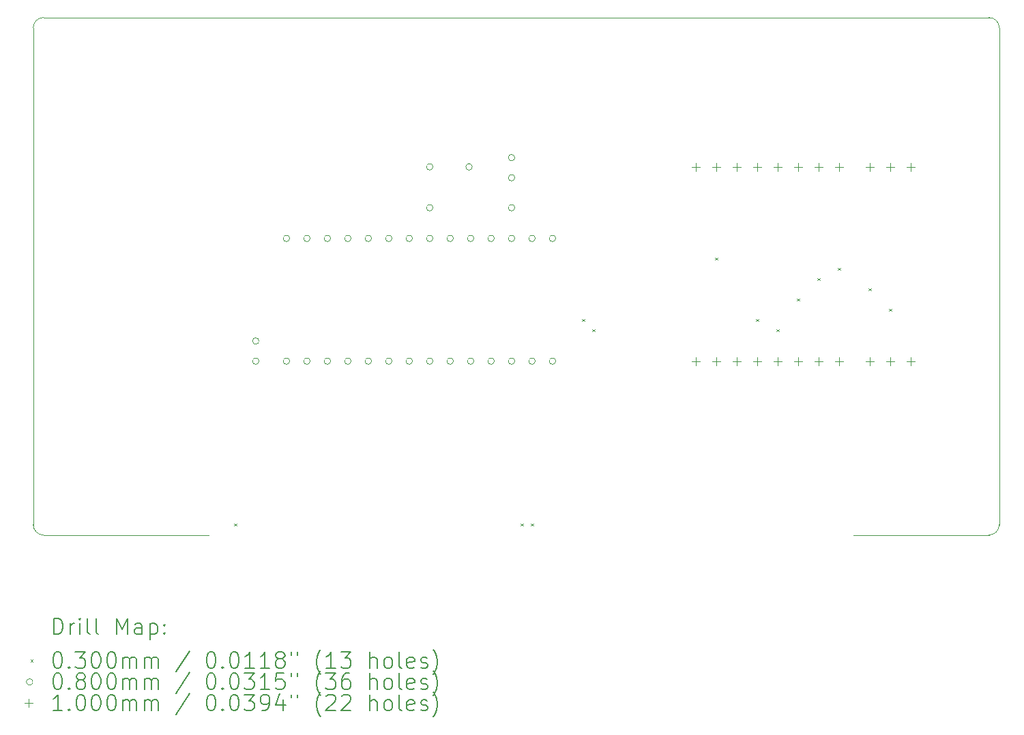
<source format=gbr>
%TF.GenerationSoftware,KiCad,Pcbnew,7.0.6*%
%TF.CreationDate,2023-07-08T15:29:32+08:00*%
%TF.ProjectId,SerialBoard,53657269-616c-4426-9f61-72642e6b6963,rev?*%
%TF.SameCoordinates,Original*%
%TF.FileFunction,Drillmap*%
%TF.FilePolarity,Positive*%
%FSLAX45Y45*%
G04 Gerber Fmt 4.5, Leading zero omitted, Abs format (unit mm)*
G04 Created by KiCad (PCBNEW 7.0.6) date 2023-07-08 15:29:32*
%MOMM*%
%LPD*%
G01*
G04 APERTURE LIST*
%ADD10C,0.100000*%
%ADD11C,0.200000*%
%ADD12C,0.030000*%
%ADD13C,0.080000*%
G04 APERTURE END LIST*
D10*
X9431020Y-12446000D02*
G75*
G03*
X9558020Y-12573000I127000J0D01*
G01*
X19608800Y-12573000D02*
X21292820Y-12573000D01*
X21419820Y-12446000D02*
X21419820Y-6273800D01*
X21292820Y-12573000D02*
G75*
G03*
X21419820Y-12446000I0J127000D01*
G01*
X21419820Y-6273800D02*
G75*
G03*
X21292820Y-6146800I-127000J0D01*
G01*
X11607800Y-12573000D02*
X9558020Y-12573000D01*
X9431020Y-12446000D02*
X9431020Y-6273800D01*
X21292820Y-6146800D02*
X9558020Y-6146800D01*
X9558020Y-6146800D02*
G75*
G03*
X9431020Y-6273800I0J-127000D01*
G01*
D11*
D12*
X11923000Y-12431000D02*
X11953000Y-12461000D01*
X11953000Y-12431000D02*
X11923000Y-12461000D01*
X15479000Y-12431000D02*
X15509000Y-12461000D01*
X15509000Y-12431000D02*
X15479000Y-12461000D01*
X15606000Y-12431000D02*
X15636000Y-12461000D01*
X15636000Y-12431000D02*
X15606000Y-12461000D01*
X16241000Y-9891000D02*
X16271000Y-9921000D01*
X16271000Y-9891000D02*
X16241000Y-9921000D01*
X16368000Y-10018000D02*
X16398000Y-10048000D01*
X16398000Y-10018000D02*
X16368000Y-10048000D01*
X17892000Y-9129000D02*
X17922000Y-9159000D01*
X17922000Y-9129000D02*
X17892000Y-9159000D01*
X18400000Y-9891000D02*
X18430000Y-9921000D01*
X18430000Y-9891000D02*
X18400000Y-9921000D01*
X18654000Y-10018000D02*
X18684000Y-10048000D01*
X18684000Y-10018000D02*
X18654000Y-10048000D01*
X18908000Y-9637000D02*
X18938000Y-9667000D01*
X18938000Y-9637000D02*
X18908000Y-9667000D01*
X19162000Y-9383000D02*
X19192000Y-9413000D01*
X19192000Y-9383000D02*
X19162000Y-9413000D01*
X19416000Y-9256000D02*
X19446000Y-9286000D01*
X19446000Y-9256000D02*
X19416000Y-9286000D01*
X19797000Y-9510000D02*
X19827000Y-9540000D01*
X19827000Y-9510000D02*
X19797000Y-9540000D01*
X20051000Y-9764000D02*
X20081000Y-9794000D01*
X20081000Y-9764000D02*
X20051000Y-9794000D01*
D13*
X12232000Y-10164000D02*
G75*
G03*
X12232000Y-10164000I-40000J0D01*
G01*
X12232000Y-10414000D02*
G75*
G03*
X12232000Y-10414000I-40000J0D01*
G01*
X12613000Y-8890000D02*
G75*
G03*
X12613000Y-8890000I-40000J0D01*
G01*
X12613000Y-10414000D02*
G75*
G03*
X12613000Y-10414000I-40000J0D01*
G01*
X12867000Y-8890000D02*
G75*
G03*
X12867000Y-8890000I-40000J0D01*
G01*
X12867000Y-10414000D02*
G75*
G03*
X12867000Y-10414000I-40000J0D01*
G01*
X13121000Y-8890000D02*
G75*
G03*
X13121000Y-8890000I-40000J0D01*
G01*
X13121000Y-10414000D02*
G75*
G03*
X13121000Y-10414000I-40000J0D01*
G01*
X13375000Y-8890000D02*
G75*
G03*
X13375000Y-8890000I-40000J0D01*
G01*
X13375000Y-10414000D02*
G75*
G03*
X13375000Y-10414000I-40000J0D01*
G01*
X13629000Y-8890000D02*
G75*
G03*
X13629000Y-8890000I-40000J0D01*
G01*
X13629000Y-10414000D02*
G75*
G03*
X13629000Y-10414000I-40000J0D01*
G01*
X13883000Y-8890000D02*
G75*
G03*
X13883000Y-8890000I-40000J0D01*
G01*
X13883000Y-10414000D02*
G75*
G03*
X13883000Y-10414000I-40000J0D01*
G01*
X14137000Y-8890000D02*
G75*
G03*
X14137000Y-8890000I-40000J0D01*
G01*
X14137000Y-10414000D02*
G75*
G03*
X14137000Y-10414000I-40000J0D01*
G01*
X14391000Y-8001000D02*
G75*
G03*
X14391000Y-8001000I-40000J0D01*
G01*
X14391000Y-8509000D02*
G75*
G03*
X14391000Y-8509000I-40000J0D01*
G01*
X14391000Y-8890000D02*
G75*
G03*
X14391000Y-8890000I-40000J0D01*
G01*
X14391000Y-10414000D02*
G75*
G03*
X14391000Y-10414000I-40000J0D01*
G01*
X14645000Y-8890000D02*
G75*
G03*
X14645000Y-8890000I-40000J0D01*
G01*
X14645000Y-10414000D02*
G75*
G03*
X14645000Y-10414000I-40000J0D01*
G01*
X14879000Y-8001000D02*
G75*
G03*
X14879000Y-8001000I-40000J0D01*
G01*
X14899000Y-8890000D02*
G75*
G03*
X14899000Y-8890000I-40000J0D01*
G01*
X14899000Y-10414000D02*
G75*
G03*
X14899000Y-10414000I-40000J0D01*
G01*
X15153000Y-8890000D02*
G75*
G03*
X15153000Y-8890000I-40000J0D01*
G01*
X15153000Y-10414000D02*
G75*
G03*
X15153000Y-10414000I-40000J0D01*
G01*
X15407000Y-7886700D02*
G75*
G03*
X15407000Y-7886700I-40000J0D01*
G01*
X15407000Y-8136700D02*
G75*
G03*
X15407000Y-8136700I-40000J0D01*
G01*
X15407000Y-8509000D02*
G75*
G03*
X15407000Y-8509000I-40000J0D01*
G01*
X15407000Y-8890000D02*
G75*
G03*
X15407000Y-8890000I-40000J0D01*
G01*
X15407000Y-10414000D02*
G75*
G03*
X15407000Y-10414000I-40000J0D01*
G01*
X15661000Y-8890000D02*
G75*
G03*
X15661000Y-8890000I-40000J0D01*
G01*
X15661000Y-10414000D02*
G75*
G03*
X15661000Y-10414000I-40000J0D01*
G01*
X15915000Y-8890000D02*
G75*
G03*
X15915000Y-8890000I-40000J0D01*
G01*
X15915000Y-10414000D02*
G75*
G03*
X15915000Y-10414000I-40000J0D01*
G01*
D10*
X17653000Y-7951000D02*
X17653000Y-8051000D01*
X17603000Y-8001000D02*
X17703000Y-8001000D01*
X17653000Y-10364000D02*
X17653000Y-10464000D01*
X17603000Y-10414000D02*
X17703000Y-10414000D01*
X17907000Y-7951000D02*
X17907000Y-8051000D01*
X17857000Y-8001000D02*
X17957000Y-8001000D01*
X17907000Y-10364000D02*
X17907000Y-10464000D01*
X17857000Y-10414000D02*
X17957000Y-10414000D01*
X18161000Y-7951000D02*
X18161000Y-8051000D01*
X18111000Y-8001000D02*
X18211000Y-8001000D01*
X18161000Y-10364000D02*
X18161000Y-10464000D01*
X18111000Y-10414000D02*
X18211000Y-10414000D01*
X18415000Y-7951000D02*
X18415000Y-8051000D01*
X18365000Y-8001000D02*
X18465000Y-8001000D01*
X18415000Y-10364000D02*
X18415000Y-10464000D01*
X18365000Y-10414000D02*
X18465000Y-10414000D01*
X18669000Y-7951000D02*
X18669000Y-8051000D01*
X18619000Y-8001000D02*
X18719000Y-8001000D01*
X18669000Y-10364000D02*
X18669000Y-10464000D01*
X18619000Y-10414000D02*
X18719000Y-10414000D01*
X18923000Y-7951000D02*
X18923000Y-8051000D01*
X18873000Y-8001000D02*
X18973000Y-8001000D01*
X18923000Y-10364000D02*
X18923000Y-10464000D01*
X18873000Y-10414000D02*
X18973000Y-10414000D01*
X19177000Y-7951000D02*
X19177000Y-8051000D01*
X19127000Y-8001000D02*
X19227000Y-8001000D01*
X19177000Y-10364000D02*
X19177000Y-10464000D01*
X19127000Y-10414000D02*
X19227000Y-10414000D01*
X19431000Y-7951000D02*
X19431000Y-8051000D01*
X19381000Y-8001000D02*
X19481000Y-8001000D01*
X19431000Y-10364000D02*
X19431000Y-10464000D01*
X19381000Y-10414000D02*
X19481000Y-10414000D01*
X19812000Y-7951000D02*
X19812000Y-8051000D01*
X19762000Y-8001000D02*
X19862000Y-8001000D01*
X19812000Y-10364000D02*
X19812000Y-10464000D01*
X19762000Y-10414000D02*
X19862000Y-10414000D01*
X20066000Y-7951000D02*
X20066000Y-8051000D01*
X20016000Y-8001000D02*
X20116000Y-8001000D01*
X20066000Y-10364000D02*
X20066000Y-10464000D01*
X20016000Y-10414000D02*
X20116000Y-10414000D01*
X20320000Y-7951000D02*
X20320000Y-8051000D01*
X20270000Y-8001000D02*
X20370000Y-8001000D01*
X20320000Y-10364000D02*
X20320000Y-10464000D01*
X20270000Y-10414000D02*
X20370000Y-10414000D01*
D11*
X9686797Y-13804884D02*
X9686797Y-13604884D01*
X9686797Y-13604884D02*
X9734416Y-13604884D01*
X9734416Y-13604884D02*
X9762987Y-13614408D01*
X9762987Y-13614408D02*
X9782035Y-13633455D01*
X9782035Y-13633455D02*
X9791559Y-13652503D01*
X9791559Y-13652503D02*
X9801083Y-13690598D01*
X9801083Y-13690598D02*
X9801083Y-13719169D01*
X9801083Y-13719169D02*
X9791559Y-13757265D01*
X9791559Y-13757265D02*
X9782035Y-13776312D01*
X9782035Y-13776312D02*
X9762987Y-13795360D01*
X9762987Y-13795360D02*
X9734416Y-13804884D01*
X9734416Y-13804884D02*
X9686797Y-13804884D01*
X9886797Y-13804884D02*
X9886797Y-13671550D01*
X9886797Y-13709646D02*
X9896321Y-13690598D01*
X9896321Y-13690598D02*
X9905844Y-13681074D01*
X9905844Y-13681074D02*
X9924892Y-13671550D01*
X9924892Y-13671550D02*
X9943940Y-13671550D01*
X10010606Y-13804884D02*
X10010606Y-13671550D01*
X10010606Y-13604884D02*
X10001083Y-13614408D01*
X10001083Y-13614408D02*
X10010606Y-13623931D01*
X10010606Y-13623931D02*
X10020130Y-13614408D01*
X10020130Y-13614408D02*
X10010606Y-13604884D01*
X10010606Y-13604884D02*
X10010606Y-13623931D01*
X10134416Y-13804884D02*
X10115368Y-13795360D01*
X10115368Y-13795360D02*
X10105844Y-13776312D01*
X10105844Y-13776312D02*
X10105844Y-13604884D01*
X10239178Y-13804884D02*
X10220130Y-13795360D01*
X10220130Y-13795360D02*
X10210606Y-13776312D01*
X10210606Y-13776312D02*
X10210606Y-13604884D01*
X10467749Y-13804884D02*
X10467749Y-13604884D01*
X10467749Y-13604884D02*
X10534416Y-13747741D01*
X10534416Y-13747741D02*
X10601083Y-13604884D01*
X10601083Y-13604884D02*
X10601083Y-13804884D01*
X10782035Y-13804884D02*
X10782035Y-13700122D01*
X10782035Y-13700122D02*
X10772511Y-13681074D01*
X10772511Y-13681074D02*
X10753464Y-13671550D01*
X10753464Y-13671550D02*
X10715368Y-13671550D01*
X10715368Y-13671550D02*
X10696321Y-13681074D01*
X10782035Y-13795360D02*
X10762987Y-13804884D01*
X10762987Y-13804884D02*
X10715368Y-13804884D01*
X10715368Y-13804884D02*
X10696321Y-13795360D01*
X10696321Y-13795360D02*
X10686797Y-13776312D01*
X10686797Y-13776312D02*
X10686797Y-13757265D01*
X10686797Y-13757265D02*
X10696321Y-13738217D01*
X10696321Y-13738217D02*
X10715368Y-13728693D01*
X10715368Y-13728693D02*
X10762987Y-13728693D01*
X10762987Y-13728693D02*
X10782035Y-13719169D01*
X10877273Y-13671550D02*
X10877273Y-13871550D01*
X10877273Y-13681074D02*
X10896321Y-13671550D01*
X10896321Y-13671550D02*
X10934416Y-13671550D01*
X10934416Y-13671550D02*
X10953464Y-13681074D01*
X10953464Y-13681074D02*
X10962987Y-13690598D01*
X10962987Y-13690598D02*
X10972511Y-13709646D01*
X10972511Y-13709646D02*
X10972511Y-13766788D01*
X10972511Y-13766788D02*
X10962987Y-13785836D01*
X10962987Y-13785836D02*
X10953464Y-13795360D01*
X10953464Y-13795360D02*
X10934416Y-13804884D01*
X10934416Y-13804884D02*
X10896321Y-13804884D01*
X10896321Y-13804884D02*
X10877273Y-13795360D01*
X11058225Y-13785836D02*
X11067749Y-13795360D01*
X11067749Y-13795360D02*
X11058225Y-13804884D01*
X11058225Y-13804884D02*
X11048702Y-13795360D01*
X11048702Y-13795360D02*
X11058225Y-13785836D01*
X11058225Y-13785836D02*
X11058225Y-13804884D01*
X11058225Y-13681074D02*
X11067749Y-13690598D01*
X11067749Y-13690598D02*
X11058225Y-13700122D01*
X11058225Y-13700122D02*
X11048702Y-13690598D01*
X11048702Y-13690598D02*
X11058225Y-13681074D01*
X11058225Y-13681074D02*
X11058225Y-13700122D01*
D12*
X9396020Y-14118400D02*
X9426020Y-14148400D01*
X9426020Y-14118400D02*
X9396020Y-14148400D01*
D11*
X9724892Y-14024884D02*
X9743940Y-14024884D01*
X9743940Y-14024884D02*
X9762987Y-14034408D01*
X9762987Y-14034408D02*
X9772511Y-14043931D01*
X9772511Y-14043931D02*
X9782035Y-14062979D01*
X9782035Y-14062979D02*
X9791559Y-14101074D01*
X9791559Y-14101074D02*
X9791559Y-14148693D01*
X9791559Y-14148693D02*
X9782035Y-14186788D01*
X9782035Y-14186788D02*
X9772511Y-14205836D01*
X9772511Y-14205836D02*
X9762987Y-14215360D01*
X9762987Y-14215360D02*
X9743940Y-14224884D01*
X9743940Y-14224884D02*
X9724892Y-14224884D01*
X9724892Y-14224884D02*
X9705844Y-14215360D01*
X9705844Y-14215360D02*
X9696321Y-14205836D01*
X9696321Y-14205836D02*
X9686797Y-14186788D01*
X9686797Y-14186788D02*
X9677273Y-14148693D01*
X9677273Y-14148693D02*
X9677273Y-14101074D01*
X9677273Y-14101074D02*
X9686797Y-14062979D01*
X9686797Y-14062979D02*
X9696321Y-14043931D01*
X9696321Y-14043931D02*
X9705844Y-14034408D01*
X9705844Y-14034408D02*
X9724892Y-14024884D01*
X9877273Y-14205836D02*
X9886797Y-14215360D01*
X9886797Y-14215360D02*
X9877273Y-14224884D01*
X9877273Y-14224884D02*
X9867749Y-14215360D01*
X9867749Y-14215360D02*
X9877273Y-14205836D01*
X9877273Y-14205836D02*
X9877273Y-14224884D01*
X9953464Y-14024884D02*
X10077273Y-14024884D01*
X10077273Y-14024884D02*
X10010606Y-14101074D01*
X10010606Y-14101074D02*
X10039178Y-14101074D01*
X10039178Y-14101074D02*
X10058225Y-14110598D01*
X10058225Y-14110598D02*
X10067749Y-14120122D01*
X10067749Y-14120122D02*
X10077273Y-14139169D01*
X10077273Y-14139169D02*
X10077273Y-14186788D01*
X10077273Y-14186788D02*
X10067749Y-14205836D01*
X10067749Y-14205836D02*
X10058225Y-14215360D01*
X10058225Y-14215360D02*
X10039178Y-14224884D01*
X10039178Y-14224884D02*
X9982035Y-14224884D01*
X9982035Y-14224884D02*
X9962987Y-14215360D01*
X9962987Y-14215360D02*
X9953464Y-14205836D01*
X10201083Y-14024884D02*
X10220130Y-14024884D01*
X10220130Y-14024884D02*
X10239178Y-14034408D01*
X10239178Y-14034408D02*
X10248702Y-14043931D01*
X10248702Y-14043931D02*
X10258225Y-14062979D01*
X10258225Y-14062979D02*
X10267749Y-14101074D01*
X10267749Y-14101074D02*
X10267749Y-14148693D01*
X10267749Y-14148693D02*
X10258225Y-14186788D01*
X10258225Y-14186788D02*
X10248702Y-14205836D01*
X10248702Y-14205836D02*
X10239178Y-14215360D01*
X10239178Y-14215360D02*
X10220130Y-14224884D01*
X10220130Y-14224884D02*
X10201083Y-14224884D01*
X10201083Y-14224884D02*
X10182035Y-14215360D01*
X10182035Y-14215360D02*
X10172511Y-14205836D01*
X10172511Y-14205836D02*
X10162987Y-14186788D01*
X10162987Y-14186788D02*
X10153464Y-14148693D01*
X10153464Y-14148693D02*
X10153464Y-14101074D01*
X10153464Y-14101074D02*
X10162987Y-14062979D01*
X10162987Y-14062979D02*
X10172511Y-14043931D01*
X10172511Y-14043931D02*
X10182035Y-14034408D01*
X10182035Y-14034408D02*
X10201083Y-14024884D01*
X10391559Y-14024884D02*
X10410606Y-14024884D01*
X10410606Y-14024884D02*
X10429654Y-14034408D01*
X10429654Y-14034408D02*
X10439178Y-14043931D01*
X10439178Y-14043931D02*
X10448702Y-14062979D01*
X10448702Y-14062979D02*
X10458225Y-14101074D01*
X10458225Y-14101074D02*
X10458225Y-14148693D01*
X10458225Y-14148693D02*
X10448702Y-14186788D01*
X10448702Y-14186788D02*
X10439178Y-14205836D01*
X10439178Y-14205836D02*
X10429654Y-14215360D01*
X10429654Y-14215360D02*
X10410606Y-14224884D01*
X10410606Y-14224884D02*
X10391559Y-14224884D01*
X10391559Y-14224884D02*
X10372511Y-14215360D01*
X10372511Y-14215360D02*
X10362987Y-14205836D01*
X10362987Y-14205836D02*
X10353464Y-14186788D01*
X10353464Y-14186788D02*
X10343940Y-14148693D01*
X10343940Y-14148693D02*
X10343940Y-14101074D01*
X10343940Y-14101074D02*
X10353464Y-14062979D01*
X10353464Y-14062979D02*
X10362987Y-14043931D01*
X10362987Y-14043931D02*
X10372511Y-14034408D01*
X10372511Y-14034408D02*
X10391559Y-14024884D01*
X10543940Y-14224884D02*
X10543940Y-14091550D01*
X10543940Y-14110598D02*
X10553464Y-14101074D01*
X10553464Y-14101074D02*
X10572511Y-14091550D01*
X10572511Y-14091550D02*
X10601083Y-14091550D01*
X10601083Y-14091550D02*
X10620130Y-14101074D01*
X10620130Y-14101074D02*
X10629654Y-14120122D01*
X10629654Y-14120122D02*
X10629654Y-14224884D01*
X10629654Y-14120122D02*
X10639178Y-14101074D01*
X10639178Y-14101074D02*
X10658225Y-14091550D01*
X10658225Y-14091550D02*
X10686797Y-14091550D01*
X10686797Y-14091550D02*
X10705845Y-14101074D01*
X10705845Y-14101074D02*
X10715368Y-14120122D01*
X10715368Y-14120122D02*
X10715368Y-14224884D01*
X10810606Y-14224884D02*
X10810606Y-14091550D01*
X10810606Y-14110598D02*
X10820130Y-14101074D01*
X10820130Y-14101074D02*
X10839178Y-14091550D01*
X10839178Y-14091550D02*
X10867749Y-14091550D01*
X10867749Y-14091550D02*
X10886797Y-14101074D01*
X10886797Y-14101074D02*
X10896321Y-14120122D01*
X10896321Y-14120122D02*
X10896321Y-14224884D01*
X10896321Y-14120122D02*
X10905845Y-14101074D01*
X10905845Y-14101074D02*
X10924892Y-14091550D01*
X10924892Y-14091550D02*
X10953464Y-14091550D01*
X10953464Y-14091550D02*
X10972511Y-14101074D01*
X10972511Y-14101074D02*
X10982035Y-14120122D01*
X10982035Y-14120122D02*
X10982035Y-14224884D01*
X11372511Y-14015360D02*
X11201083Y-14272503D01*
X11629654Y-14024884D02*
X11648702Y-14024884D01*
X11648702Y-14024884D02*
X11667749Y-14034408D01*
X11667749Y-14034408D02*
X11677273Y-14043931D01*
X11677273Y-14043931D02*
X11686797Y-14062979D01*
X11686797Y-14062979D02*
X11696321Y-14101074D01*
X11696321Y-14101074D02*
X11696321Y-14148693D01*
X11696321Y-14148693D02*
X11686797Y-14186788D01*
X11686797Y-14186788D02*
X11677273Y-14205836D01*
X11677273Y-14205836D02*
X11667749Y-14215360D01*
X11667749Y-14215360D02*
X11648702Y-14224884D01*
X11648702Y-14224884D02*
X11629654Y-14224884D01*
X11629654Y-14224884D02*
X11610606Y-14215360D01*
X11610606Y-14215360D02*
X11601083Y-14205836D01*
X11601083Y-14205836D02*
X11591559Y-14186788D01*
X11591559Y-14186788D02*
X11582035Y-14148693D01*
X11582035Y-14148693D02*
X11582035Y-14101074D01*
X11582035Y-14101074D02*
X11591559Y-14062979D01*
X11591559Y-14062979D02*
X11601083Y-14043931D01*
X11601083Y-14043931D02*
X11610606Y-14034408D01*
X11610606Y-14034408D02*
X11629654Y-14024884D01*
X11782035Y-14205836D02*
X11791559Y-14215360D01*
X11791559Y-14215360D02*
X11782035Y-14224884D01*
X11782035Y-14224884D02*
X11772511Y-14215360D01*
X11772511Y-14215360D02*
X11782035Y-14205836D01*
X11782035Y-14205836D02*
X11782035Y-14224884D01*
X11915368Y-14024884D02*
X11934416Y-14024884D01*
X11934416Y-14024884D02*
X11953464Y-14034408D01*
X11953464Y-14034408D02*
X11962987Y-14043931D01*
X11962987Y-14043931D02*
X11972511Y-14062979D01*
X11972511Y-14062979D02*
X11982035Y-14101074D01*
X11982035Y-14101074D02*
X11982035Y-14148693D01*
X11982035Y-14148693D02*
X11972511Y-14186788D01*
X11972511Y-14186788D02*
X11962987Y-14205836D01*
X11962987Y-14205836D02*
X11953464Y-14215360D01*
X11953464Y-14215360D02*
X11934416Y-14224884D01*
X11934416Y-14224884D02*
X11915368Y-14224884D01*
X11915368Y-14224884D02*
X11896321Y-14215360D01*
X11896321Y-14215360D02*
X11886797Y-14205836D01*
X11886797Y-14205836D02*
X11877273Y-14186788D01*
X11877273Y-14186788D02*
X11867749Y-14148693D01*
X11867749Y-14148693D02*
X11867749Y-14101074D01*
X11867749Y-14101074D02*
X11877273Y-14062979D01*
X11877273Y-14062979D02*
X11886797Y-14043931D01*
X11886797Y-14043931D02*
X11896321Y-14034408D01*
X11896321Y-14034408D02*
X11915368Y-14024884D01*
X12172511Y-14224884D02*
X12058226Y-14224884D01*
X12115368Y-14224884D02*
X12115368Y-14024884D01*
X12115368Y-14024884D02*
X12096321Y-14053455D01*
X12096321Y-14053455D02*
X12077273Y-14072503D01*
X12077273Y-14072503D02*
X12058226Y-14082027D01*
X12362987Y-14224884D02*
X12248702Y-14224884D01*
X12305845Y-14224884D02*
X12305845Y-14024884D01*
X12305845Y-14024884D02*
X12286797Y-14053455D01*
X12286797Y-14053455D02*
X12267749Y-14072503D01*
X12267749Y-14072503D02*
X12248702Y-14082027D01*
X12477273Y-14110598D02*
X12458226Y-14101074D01*
X12458226Y-14101074D02*
X12448702Y-14091550D01*
X12448702Y-14091550D02*
X12439178Y-14072503D01*
X12439178Y-14072503D02*
X12439178Y-14062979D01*
X12439178Y-14062979D02*
X12448702Y-14043931D01*
X12448702Y-14043931D02*
X12458226Y-14034408D01*
X12458226Y-14034408D02*
X12477273Y-14024884D01*
X12477273Y-14024884D02*
X12515368Y-14024884D01*
X12515368Y-14024884D02*
X12534416Y-14034408D01*
X12534416Y-14034408D02*
X12543940Y-14043931D01*
X12543940Y-14043931D02*
X12553464Y-14062979D01*
X12553464Y-14062979D02*
X12553464Y-14072503D01*
X12553464Y-14072503D02*
X12543940Y-14091550D01*
X12543940Y-14091550D02*
X12534416Y-14101074D01*
X12534416Y-14101074D02*
X12515368Y-14110598D01*
X12515368Y-14110598D02*
X12477273Y-14110598D01*
X12477273Y-14110598D02*
X12458226Y-14120122D01*
X12458226Y-14120122D02*
X12448702Y-14129646D01*
X12448702Y-14129646D02*
X12439178Y-14148693D01*
X12439178Y-14148693D02*
X12439178Y-14186788D01*
X12439178Y-14186788D02*
X12448702Y-14205836D01*
X12448702Y-14205836D02*
X12458226Y-14215360D01*
X12458226Y-14215360D02*
X12477273Y-14224884D01*
X12477273Y-14224884D02*
X12515368Y-14224884D01*
X12515368Y-14224884D02*
X12534416Y-14215360D01*
X12534416Y-14215360D02*
X12543940Y-14205836D01*
X12543940Y-14205836D02*
X12553464Y-14186788D01*
X12553464Y-14186788D02*
X12553464Y-14148693D01*
X12553464Y-14148693D02*
X12543940Y-14129646D01*
X12543940Y-14129646D02*
X12534416Y-14120122D01*
X12534416Y-14120122D02*
X12515368Y-14110598D01*
X12629654Y-14024884D02*
X12629654Y-14062979D01*
X12705845Y-14024884D02*
X12705845Y-14062979D01*
X13001083Y-14301074D02*
X12991559Y-14291550D01*
X12991559Y-14291550D02*
X12972511Y-14262979D01*
X12972511Y-14262979D02*
X12962988Y-14243931D01*
X12962988Y-14243931D02*
X12953464Y-14215360D01*
X12953464Y-14215360D02*
X12943940Y-14167741D01*
X12943940Y-14167741D02*
X12943940Y-14129646D01*
X12943940Y-14129646D02*
X12953464Y-14082027D01*
X12953464Y-14082027D02*
X12962988Y-14053455D01*
X12962988Y-14053455D02*
X12972511Y-14034408D01*
X12972511Y-14034408D02*
X12991559Y-14005836D01*
X12991559Y-14005836D02*
X13001083Y-13996312D01*
X13182035Y-14224884D02*
X13067749Y-14224884D01*
X13124892Y-14224884D02*
X13124892Y-14024884D01*
X13124892Y-14024884D02*
X13105845Y-14053455D01*
X13105845Y-14053455D02*
X13086797Y-14072503D01*
X13086797Y-14072503D02*
X13067749Y-14082027D01*
X13248702Y-14024884D02*
X13372511Y-14024884D01*
X13372511Y-14024884D02*
X13305845Y-14101074D01*
X13305845Y-14101074D02*
X13334416Y-14101074D01*
X13334416Y-14101074D02*
X13353464Y-14110598D01*
X13353464Y-14110598D02*
X13362988Y-14120122D01*
X13362988Y-14120122D02*
X13372511Y-14139169D01*
X13372511Y-14139169D02*
X13372511Y-14186788D01*
X13372511Y-14186788D02*
X13362988Y-14205836D01*
X13362988Y-14205836D02*
X13353464Y-14215360D01*
X13353464Y-14215360D02*
X13334416Y-14224884D01*
X13334416Y-14224884D02*
X13277273Y-14224884D01*
X13277273Y-14224884D02*
X13258226Y-14215360D01*
X13258226Y-14215360D02*
X13248702Y-14205836D01*
X13610607Y-14224884D02*
X13610607Y-14024884D01*
X13696321Y-14224884D02*
X13696321Y-14120122D01*
X13696321Y-14120122D02*
X13686797Y-14101074D01*
X13686797Y-14101074D02*
X13667750Y-14091550D01*
X13667750Y-14091550D02*
X13639178Y-14091550D01*
X13639178Y-14091550D02*
X13620130Y-14101074D01*
X13620130Y-14101074D02*
X13610607Y-14110598D01*
X13820130Y-14224884D02*
X13801083Y-14215360D01*
X13801083Y-14215360D02*
X13791559Y-14205836D01*
X13791559Y-14205836D02*
X13782035Y-14186788D01*
X13782035Y-14186788D02*
X13782035Y-14129646D01*
X13782035Y-14129646D02*
X13791559Y-14110598D01*
X13791559Y-14110598D02*
X13801083Y-14101074D01*
X13801083Y-14101074D02*
X13820130Y-14091550D01*
X13820130Y-14091550D02*
X13848702Y-14091550D01*
X13848702Y-14091550D02*
X13867750Y-14101074D01*
X13867750Y-14101074D02*
X13877273Y-14110598D01*
X13877273Y-14110598D02*
X13886797Y-14129646D01*
X13886797Y-14129646D02*
X13886797Y-14186788D01*
X13886797Y-14186788D02*
X13877273Y-14205836D01*
X13877273Y-14205836D02*
X13867750Y-14215360D01*
X13867750Y-14215360D02*
X13848702Y-14224884D01*
X13848702Y-14224884D02*
X13820130Y-14224884D01*
X14001083Y-14224884D02*
X13982035Y-14215360D01*
X13982035Y-14215360D02*
X13972511Y-14196312D01*
X13972511Y-14196312D02*
X13972511Y-14024884D01*
X14153464Y-14215360D02*
X14134416Y-14224884D01*
X14134416Y-14224884D02*
X14096321Y-14224884D01*
X14096321Y-14224884D02*
X14077273Y-14215360D01*
X14077273Y-14215360D02*
X14067750Y-14196312D01*
X14067750Y-14196312D02*
X14067750Y-14120122D01*
X14067750Y-14120122D02*
X14077273Y-14101074D01*
X14077273Y-14101074D02*
X14096321Y-14091550D01*
X14096321Y-14091550D02*
X14134416Y-14091550D01*
X14134416Y-14091550D02*
X14153464Y-14101074D01*
X14153464Y-14101074D02*
X14162988Y-14120122D01*
X14162988Y-14120122D02*
X14162988Y-14139169D01*
X14162988Y-14139169D02*
X14067750Y-14158217D01*
X14239178Y-14215360D02*
X14258226Y-14224884D01*
X14258226Y-14224884D02*
X14296321Y-14224884D01*
X14296321Y-14224884D02*
X14315369Y-14215360D01*
X14315369Y-14215360D02*
X14324892Y-14196312D01*
X14324892Y-14196312D02*
X14324892Y-14186788D01*
X14324892Y-14186788D02*
X14315369Y-14167741D01*
X14315369Y-14167741D02*
X14296321Y-14158217D01*
X14296321Y-14158217D02*
X14267750Y-14158217D01*
X14267750Y-14158217D02*
X14248702Y-14148693D01*
X14248702Y-14148693D02*
X14239178Y-14129646D01*
X14239178Y-14129646D02*
X14239178Y-14120122D01*
X14239178Y-14120122D02*
X14248702Y-14101074D01*
X14248702Y-14101074D02*
X14267750Y-14091550D01*
X14267750Y-14091550D02*
X14296321Y-14091550D01*
X14296321Y-14091550D02*
X14315369Y-14101074D01*
X14391559Y-14301074D02*
X14401083Y-14291550D01*
X14401083Y-14291550D02*
X14420131Y-14262979D01*
X14420131Y-14262979D02*
X14429654Y-14243931D01*
X14429654Y-14243931D02*
X14439178Y-14215360D01*
X14439178Y-14215360D02*
X14448702Y-14167741D01*
X14448702Y-14167741D02*
X14448702Y-14129646D01*
X14448702Y-14129646D02*
X14439178Y-14082027D01*
X14439178Y-14082027D02*
X14429654Y-14053455D01*
X14429654Y-14053455D02*
X14420131Y-14034408D01*
X14420131Y-14034408D02*
X14401083Y-14005836D01*
X14401083Y-14005836D02*
X14391559Y-13996312D01*
D13*
X9426020Y-14397400D02*
G75*
G03*
X9426020Y-14397400I-40000J0D01*
G01*
D11*
X9724892Y-14288884D02*
X9743940Y-14288884D01*
X9743940Y-14288884D02*
X9762987Y-14298408D01*
X9762987Y-14298408D02*
X9772511Y-14307931D01*
X9772511Y-14307931D02*
X9782035Y-14326979D01*
X9782035Y-14326979D02*
X9791559Y-14365074D01*
X9791559Y-14365074D02*
X9791559Y-14412693D01*
X9791559Y-14412693D02*
X9782035Y-14450788D01*
X9782035Y-14450788D02*
X9772511Y-14469836D01*
X9772511Y-14469836D02*
X9762987Y-14479360D01*
X9762987Y-14479360D02*
X9743940Y-14488884D01*
X9743940Y-14488884D02*
X9724892Y-14488884D01*
X9724892Y-14488884D02*
X9705844Y-14479360D01*
X9705844Y-14479360D02*
X9696321Y-14469836D01*
X9696321Y-14469836D02*
X9686797Y-14450788D01*
X9686797Y-14450788D02*
X9677273Y-14412693D01*
X9677273Y-14412693D02*
X9677273Y-14365074D01*
X9677273Y-14365074D02*
X9686797Y-14326979D01*
X9686797Y-14326979D02*
X9696321Y-14307931D01*
X9696321Y-14307931D02*
X9705844Y-14298408D01*
X9705844Y-14298408D02*
X9724892Y-14288884D01*
X9877273Y-14469836D02*
X9886797Y-14479360D01*
X9886797Y-14479360D02*
X9877273Y-14488884D01*
X9877273Y-14488884D02*
X9867749Y-14479360D01*
X9867749Y-14479360D02*
X9877273Y-14469836D01*
X9877273Y-14469836D02*
X9877273Y-14488884D01*
X10001083Y-14374598D02*
X9982035Y-14365074D01*
X9982035Y-14365074D02*
X9972511Y-14355550D01*
X9972511Y-14355550D02*
X9962987Y-14336503D01*
X9962987Y-14336503D02*
X9962987Y-14326979D01*
X9962987Y-14326979D02*
X9972511Y-14307931D01*
X9972511Y-14307931D02*
X9982035Y-14298408D01*
X9982035Y-14298408D02*
X10001083Y-14288884D01*
X10001083Y-14288884D02*
X10039178Y-14288884D01*
X10039178Y-14288884D02*
X10058225Y-14298408D01*
X10058225Y-14298408D02*
X10067749Y-14307931D01*
X10067749Y-14307931D02*
X10077273Y-14326979D01*
X10077273Y-14326979D02*
X10077273Y-14336503D01*
X10077273Y-14336503D02*
X10067749Y-14355550D01*
X10067749Y-14355550D02*
X10058225Y-14365074D01*
X10058225Y-14365074D02*
X10039178Y-14374598D01*
X10039178Y-14374598D02*
X10001083Y-14374598D01*
X10001083Y-14374598D02*
X9982035Y-14384122D01*
X9982035Y-14384122D02*
X9972511Y-14393646D01*
X9972511Y-14393646D02*
X9962987Y-14412693D01*
X9962987Y-14412693D02*
X9962987Y-14450788D01*
X9962987Y-14450788D02*
X9972511Y-14469836D01*
X9972511Y-14469836D02*
X9982035Y-14479360D01*
X9982035Y-14479360D02*
X10001083Y-14488884D01*
X10001083Y-14488884D02*
X10039178Y-14488884D01*
X10039178Y-14488884D02*
X10058225Y-14479360D01*
X10058225Y-14479360D02*
X10067749Y-14469836D01*
X10067749Y-14469836D02*
X10077273Y-14450788D01*
X10077273Y-14450788D02*
X10077273Y-14412693D01*
X10077273Y-14412693D02*
X10067749Y-14393646D01*
X10067749Y-14393646D02*
X10058225Y-14384122D01*
X10058225Y-14384122D02*
X10039178Y-14374598D01*
X10201083Y-14288884D02*
X10220130Y-14288884D01*
X10220130Y-14288884D02*
X10239178Y-14298408D01*
X10239178Y-14298408D02*
X10248702Y-14307931D01*
X10248702Y-14307931D02*
X10258225Y-14326979D01*
X10258225Y-14326979D02*
X10267749Y-14365074D01*
X10267749Y-14365074D02*
X10267749Y-14412693D01*
X10267749Y-14412693D02*
X10258225Y-14450788D01*
X10258225Y-14450788D02*
X10248702Y-14469836D01*
X10248702Y-14469836D02*
X10239178Y-14479360D01*
X10239178Y-14479360D02*
X10220130Y-14488884D01*
X10220130Y-14488884D02*
X10201083Y-14488884D01*
X10201083Y-14488884D02*
X10182035Y-14479360D01*
X10182035Y-14479360D02*
X10172511Y-14469836D01*
X10172511Y-14469836D02*
X10162987Y-14450788D01*
X10162987Y-14450788D02*
X10153464Y-14412693D01*
X10153464Y-14412693D02*
X10153464Y-14365074D01*
X10153464Y-14365074D02*
X10162987Y-14326979D01*
X10162987Y-14326979D02*
X10172511Y-14307931D01*
X10172511Y-14307931D02*
X10182035Y-14298408D01*
X10182035Y-14298408D02*
X10201083Y-14288884D01*
X10391559Y-14288884D02*
X10410606Y-14288884D01*
X10410606Y-14288884D02*
X10429654Y-14298408D01*
X10429654Y-14298408D02*
X10439178Y-14307931D01*
X10439178Y-14307931D02*
X10448702Y-14326979D01*
X10448702Y-14326979D02*
X10458225Y-14365074D01*
X10458225Y-14365074D02*
X10458225Y-14412693D01*
X10458225Y-14412693D02*
X10448702Y-14450788D01*
X10448702Y-14450788D02*
X10439178Y-14469836D01*
X10439178Y-14469836D02*
X10429654Y-14479360D01*
X10429654Y-14479360D02*
X10410606Y-14488884D01*
X10410606Y-14488884D02*
X10391559Y-14488884D01*
X10391559Y-14488884D02*
X10372511Y-14479360D01*
X10372511Y-14479360D02*
X10362987Y-14469836D01*
X10362987Y-14469836D02*
X10353464Y-14450788D01*
X10353464Y-14450788D02*
X10343940Y-14412693D01*
X10343940Y-14412693D02*
X10343940Y-14365074D01*
X10343940Y-14365074D02*
X10353464Y-14326979D01*
X10353464Y-14326979D02*
X10362987Y-14307931D01*
X10362987Y-14307931D02*
X10372511Y-14298408D01*
X10372511Y-14298408D02*
X10391559Y-14288884D01*
X10543940Y-14488884D02*
X10543940Y-14355550D01*
X10543940Y-14374598D02*
X10553464Y-14365074D01*
X10553464Y-14365074D02*
X10572511Y-14355550D01*
X10572511Y-14355550D02*
X10601083Y-14355550D01*
X10601083Y-14355550D02*
X10620130Y-14365074D01*
X10620130Y-14365074D02*
X10629654Y-14384122D01*
X10629654Y-14384122D02*
X10629654Y-14488884D01*
X10629654Y-14384122D02*
X10639178Y-14365074D01*
X10639178Y-14365074D02*
X10658225Y-14355550D01*
X10658225Y-14355550D02*
X10686797Y-14355550D01*
X10686797Y-14355550D02*
X10705845Y-14365074D01*
X10705845Y-14365074D02*
X10715368Y-14384122D01*
X10715368Y-14384122D02*
X10715368Y-14488884D01*
X10810606Y-14488884D02*
X10810606Y-14355550D01*
X10810606Y-14374598D02*
X10820130Y-14365074D01*
X10820130Y-14365074D02*
X10839178Y-14355550D01*
X10839178Y-14355550D02*
X10867749Y-14355550D01*
X10867749Y-14355550D02*
X10886797Y-14365074D01*
X10886797Y-14365074D02*
X10896321Y-14384122D01*
X10896321Y-14384122D02*
X10896321Y-14488884D01*
X10896321Y-14384122D02*
X10905845Y-14365074D01*
X10905845Y-14365074D02*
X10924892Y-14355550D01*
X10924892Y-14355550D02*
X10953464Y-14355550D01*
X10953464Y-14355550D02*
X10972511Y-14365074D01*
X10972511Y-14365074D02*
X10982035Y-14384122D01*
X10982035Y-14384122D02*
X10982035Y-14488884D01*
X11372511Y-14279360D02*
X11201083Y-14536503D01*
X11629654Y-14288884D02*
X11648702Y-14288884D01*
X11648702Y-14288884D02*
X11667749Y-14298408D01*
X11667749Y-14298408D02*
X11677273Y-14307931D01*
X11677273Y-14307931D02*
X11686797Y-14326979D01*
X11686797Y-14326979D02*
X11696321Y-14365074D01*
X11696321Y-14365074D02*
X11696321Y-14412693D01*
X11696321Y-14412693D02*
X11686797Y-14450788D01*
X11686797Y-14450788D02*
X11677273Y-14469836D01*
X11677273Y-14469836D02*
X11667749Y-14479360D01*
X11667749Y-14479360D02*
X11648702Y-14488884D01*
X11648702Y-14488884D02*
X11629654Y-14488884D01*
X11629654Y-14488884D02*
X11610606Y-14479360D01*
X11610606Y-14479360D02*
X11601083Y-14469836D01*
X11601083Y-14469836D02*
X11591559Y-14450788D01*
X11591559Y-14450788D02*
X11582035Y-14412693D01*
X11582035Y-14412693D02*
X11582035Y-14365074D01*
X11582035Y-14365074D02*
X11591559Y-14326979D01*
X11591559Y-14326979D02*
X11601083Y-14307931D01*
X11601083Y-14307931D02*
X11610606Y-14298408D01*
X11610606Y-14298408D02*
X11629654Y-14288884D01*
X11782035Y-14469836D02*
X11791559Y-14479360D01*
X11791559Y-14479360D02*
X11782035Y-14488884D01*
X11782035Y-14488884D02*
X11772511Y-14479360D01*
X11772511Y-14479360D02*
X11782035Y-14469836D01*
X11782035Y-14469836D02*
X11782035Y-14488884D01*
X11915368Y-14288884D02*
X11934416Y-14288884D01*
X11934416Y-14288884D02*
X11953464Y-14298408D01*
X11953464Y-14298408D02*
X11962987Y-14307931D01*
X11962987Y-14307931D02*
X11972511Y-14326979D01*
X11972511Y-14326979D02*
X11982035Y-14365074D01*
X11982035Y-14365074D02*
X11982035Y-14412693D01*
X11982035Y-14412693D02*
X11972511Y-14450788D01*
X11972511Y-14450788D02*
X11962987Y-14469836D01*
X11962987Y-14469836D02*
X11953464Y-14479360D01*
X11953464Y-14479360D02*
X11934416Y-14488884D01*
X11934416Y-14488884D02*
X11915368Y-14488884D01*
X11915368Y-14488884D02*
X11896321Y-14479360D01*
X11896321Y-14479360D02*
X11886797Y-14469836D01*
X11886797Y-14469836D02*
X11877273Y-14450788D01*
X11877273Y-14450788D02*
X11867749Y-14412693D01*
X11867749Y-14412693D02*
X11867749Y-14365074D01*
X11867749Y-14365074D02*
X11877273Y-14326979D01*
X11877273Y-14326979D02*
X11886797Y-14307931D01*
X11886797Y-14307931D02*
X11896321Y-14298408D01*
X11896321Y-14298408D02*
X11915368Y-14288884D01*
X12048702Y-14288884D02*
X12172511Y-14288884D01*
X12172511Y-14288884D02*
X12105845Y-14365074D01*
X12105845Y-14365074D02*
X12134416Y-14365074D01*
X12134416Y-14365074D02*
X12153464Y-14374598D01*
X12153464Y-14374598D02*
X12162987Y-14384122D01*
X12162987Y-14384122D02*
X12172511Y-14403169D01*
X12172511Y-14403169D02*
X12172511Y-14450788D01*
X12172511Y-14450788D02*
X12162987Y-14469836D01*
X12162987Y-14469836D02*
X12153464Y-14479360D01*
X12153464Y-14479360D02*
X12134416Y-14488884D01*
X12134416Y-14488884D02*
X12077273Y-14488884D01*
X12077273Y-14488884D02*
X12058226Y-14479360D01*
X12058226Y-14479360D02*
X12048702Y-14469836D01*
X12362987Y-14488884D02*
X12248702Y-14488884D01*
X12305845Y-14488884D02*
X12305845Y-14288884D01*
X12305845Y-14288884D02*
X12286797Y-14317455D01*
X12286797Y-14317455D02*
X12267749Y-14336503D01*
X12267749Y-14336503D02*
X12248702Y-14346027D01*
X12543940Y-14288884D02*
X12448702Y-14288884D01*
X12448702Y-14288884D02*
X12439178Y-14384122D01*
X12439178Y-14384122D02*
X12448702Y-14374598D01*
X12448702Y-14374598D02*
X12467749Y-14365074D01*
X12467749Y-14365074D02*
X12515368Y-14365074D01*
X12515368Y-14365074D02*
X12534416Y-14374598D01*
X12534416Y-14374598D02*
X12543940Y-14384122D01*
X12543940Y-14384122D02*
X12553464Y-14403169D01*
X12553464Y-14403169D02*
X12553464Y-14450788D01*
X12553464Y-14450788D02*
X12543940Y-14469836D01*
X12543940Y-14469836D02*
X12534416Y-14479360D01*
X12534416Y-14479360D02*
X12515368Y-14488884D01*
X12515368Y-14488884D02*
X12467749Y-14488884D01*
X12467749Y-14488884D02*
X12448702Y-14479360D01*
X12448702Y-14479360D02*
X12439178Y-14469836D01*
X12629654Y-14288884D02*
X12629654Y-14326979D01*
X12705845Y-14288884D02*
X12705845Y-14326979D01*
X13001083Y-14565074D02*
X12991559Y-14555550D01*
X12991559Y-14555550D02*
X12972511Y-14526979D01*
X12972511Y-14526979D02*
X12962988Y-14507931D01*
X12962988Y-14507931D02*
X12953464Y-14479360D01*
X12953464Y-14479360D02*
X12943940Y-14431741D01*
X12943940Y-14431741D02*
X12943940Y-14393646D01*
X12943940Y-14393646D02*
X12953464Y-14346027D01*
X12953464Y-14346027D02*
X12962988Y-14317455D01*
X12962988Y-14317455D02*
X12972511Y-14298408D01*
X12972511Y-14298408D02*
X12991559Y-14269836D01*
X12991559Y-14269836D02*
X13001083Y-14260312D01*
X13058226Y-14288884D02*
X13182035Y-14288884D01*
X13182035Y-14288884D02*
X13115368Y-14365074D01*
X13115368Y-14365074D02*
X13143940Y-14365074D01*
X13143940Y-14365074D02*
X13162988Y-14374598D01*
X13162988Y-14374598D02*
X13172511Y-14384122D01*
X13172511Y-14384122D02*
X13182035Y-14403169D01*
X13182035Y-14403169D02*
X13182035Y-14450788D01*
X13182035Y-14450788D02*
X13172511Y-14469836D01*
X13172511Y-14469836D02*
X13162988Y-14479360D01*
X13162988Y-14479360D02*
X13143940Y-14488884D01*
X13143940Y-14488884D02*
X13086797Y-14488884D01*
X13086797Y-14488884D02*
X13067749Y-14479360D01*
X13067749Y-14479360D02*
X13058226Y-14469836D01*
X13353464Y-14288884D02*
X13315368Y-14288884D01*
X13315368Y-14288884D02*
X13296321Y-14298408D01*
X13296321Y-14298408D02*
X13286797Y-14307931D01*
X13286797Y-14307931D02*
X13267749Y-14336503D01*
X13267749Y-14336503D02*
X13258226Y-14374598D01*
X13258226Y-14374598D02*
X13258226Y-14450788D01*
X13258226Y-14450788D02*
X13267749Y-14469836D01*
X13267749Y-14469836D02*
X13277273Y-14479360D01*
X13277273Y-14479360D02*
X13296321Y-14488884D01*
X13296321Y-14488884D02*
X13334416Y-14488884D01*
X13334416Y-14488884D02*
X13353464Y-14479360D01*
X13353464Y-14479360D02*
X13362988Y-14469836D01*
X13362988Y-14469836D02*
X13372511Y-14450788D01*
X13372511Y-14450788D02*
X13372511Y-14403169D01*
X13372511Y-14403169D02*
X13362988Y-14384122D01*
X13362988Y-14384122D02*
X13353464Y-14374598D01*
X13353464Y-14374598D02*
X13334416Y-14365074D01*
X13334416Y-14365074D02*
X13296321Y-14365074D01*
X13296321Y-14365074D02*
X13277273Y-14374598D01*
X13277273Y-14374598D02*
X13267749Y-14384122D01*
X13267749Y-14384122D02*
X13258226Y-14403169D01*
X13610607Y-14488884D02*
X13610607Y-14288884D01*
X13696321Y-14488884D02*
X13696321Y-14384122D01*
X13696321Y-14384122D02*
X13686797Y-14365074D01*
X13686797Y-14365074D02*
X13667750Y-14355550D01*
X13667750Y-14355550D02*
X13639178Y-14355550D01*
X13639178Y-14355550D02*
X13620130Y-14365074D01*
X13620130Y-14365074D02*
X13610607Y-14374598D01*
X13820130Y-14488884D02*
X13801083Y-14479360D01*
X13801083Y-14479360D02*
X13791559Y-14469836D01*
X13791559Y-14469836D02*
X13782035Y-14450788D01*
X13782035Y-14450788D02*
X13782035Y-14393646D01*
X13782035Y-14393646D02*
X13791559Y-14374598D01*
X13791559Y-14374598D02*
X13801083Y-14365074D01*
X13801083Y-14365074D02*
X13820130Y-14355550D01*
X13820130Y-14355550D02*
X13848702Y-14355550D01*
X13848702Y-14355550D02*
X13867750Y-14365074D01*
X13867750Y-14365074D02*
X13877273Y-14374598D01*
X13877273Y-14374598D02*
X13886797Y-14393646D01*
X13886797Y-14393646D02*
X13886797Y-14450788D01*
X13886797Y-14450788D02*
X13877273Y-14469836D01*
X13877273Y-14469836D02*
X13867750Y-14479360D01*
X13867750Y-14479360D02*
X13848702Y-14488884D01*
X13848702Y-14488884D02*
X13820130Y-14488884D01*
X14001083Y-14488884D02*
X13982035Y-14479360D01*
X13982035Y-14479360D02*
X13972511Y-14460312D01*
X13972511Y-14460312D02*
X13972511Y-14288884D01*
X14153464Y-14479360D02*
X14134416Y-14488884D01*
X14134416Y-14488884D02*
X14096321Y-14488884D01*
X14096321Y-14488884D02*
X14077273Y-14479360D01*
X14077273Y-14479360D02*
X14067750Y-14460312D01*
X14067750Y-14460312D02*
X14067750Y-14384122D01*
X14067750Y-14384122D02*
X14077273Y-14365074D01*
X14077273Y-14365074D02*
X14096321Y-14355550D01*
X14096321Y-14355550D02*
X14134416Y-14355550D01*
X14134416Y-14355550D02*
X14153464Y-14365074D01*
X14153464Y-14365074D02*
X14162988Y-14384122D01*
X14162988Y-14384122D02*
X14162988Y-14403169D01*
X14162988Y-14403169D02*
X14067750Y-14422217D01*
X14239178Y-14479360D02*
X14258226Y-14488884D01*
X14258226Y-14488884D02*
X14296321Y-14488884D01*
X14296321Y-14488884D02*
X14315369Y-14479360D01*
X14315369Y-14479360D02*
X14324892Y-14460312D01*
X14324892Y-14460312D02*
X14324892Y-14450788D01*
X14324892Y-14450788D02*
X14315369Y-14431741D01*
X14315369Y-14431741D02*
X14296321Y-14422217D01*
X14296321Y-14422217D02*
X14267750Y-14422217D01*
X14267750Y-14422217D02*
X14248702Y-14412693D01*
X14248702Y-14412693D02*
X14239178Y-14393646D01*
X14239178Y-14393646D02*
X14239178Y-14384122D01*
X14239178Y-14384122D02*
X14248702Y-14365074D01*
X14248702Y-14365074D02*
X14267750Y-14355550D01*
X14267750Y-14355550D02*
X14296321Y-14355550D01*
X14296321Y-14355550D02*
X14315369Y-14365074D01*
X14391559Y-14565074D02*
X14401083Y-14555550D01*
X14401083Y-14555550D02*
X14420131Y-14526979D01*
X14420131Y-14526979D02*
X14429654Y-14507931D01*
X14429654Y-14507931D02*
X14439178Y-14479360D01*
X14439178Y-14479360D02*
X14448702Y-14431741D01*
X14448702Y-14431741D02*
X14448702Y-14393646D01*
X14448702Y-14393646D02*
X14439178Y-14346027D01*
X14439178Y-14346027D02*
X14429654Y-14317455D01*
X14429654Y-14317455D02*
X14420131Y-14298408D01*
X14420131Y-14298408D02*
X14401083Y-14269836D01*
X14401083Y-14269836D02*
X14391559Y-14260312D01*
D10*
X9376020Y-14611400D02*
X9376020Y-14711400D01*
X9326020Y-14661400D02*
X9426020Y-14661400D01*
D11*
X9791559Y-14752884D02*
X9677273Y-14752884D01*
X9734416Y-14752884D02*
X9734416Y-14552884D01*
X9734416Y-14552884D02*
X9715368Y-14581455D01*
X9715368Y-14581455D02*
X9696321Y-14600503D01*
X9696321Y-14600503D02*
X9677273Y-14610027D01*
X9877273Y-14733836D02*
X9886797Y-14743360D01*
X9886797Y-14743360D02*
X9877273Y-14752884D01*
X9877273Y-14752884D02*
X9867749Y-14743360D01*
X9867749Y-14743360D02*
X9877273Y-14733836D01*
X9877273Y-14733836D02*
X9877273Y-14752884D01*
X10010606Y-14552884D02*
X10029654Y-14552884D01*
X10029654Y-14552884D02*
X10048702Y-14562408D01*
X10048702Y-14562408D02*
X10058225Y-14571931D01*
X10058225Y-14571931D02*
X10067749Y-14590979D01*
X10067749Y-14590979D02*
X10077273Y-14629074D01*
X10077273Y-14629074D02*
X10077273Y-14676693D01*
X10077273Y-14676693D02*
X10067749Y-14714788D01*
X10067749Y-14714788D02*
X10058225Y-14733836D01*
X10058225Y-14733836D02*
X10048702Y-14743360D01*
X10048702Y-14743360D02*
X10029654Y-14752884D01*
X10029654Y-14752884D02*
X10010606Y-14752884D01*
X10010606Y-14752884D02*
X9991559Y-14743360D01*
X9991559Y-14743360D02*
X9982035Y-14733836D01*
X9982035Y-14733836D02*
X9972511Y-14714788D01*
X9972511Y-14714788D02*
X9962987Y-14676693D01*
X9962987Y-14676693D02*
X9962987Y-14629074D01*
X9962987Y-14629074D02*
X9972511Y-14590979D01*
X9972511Y-14590979D02*
X9982035Y-14571931D01*
X9982035Y-14571931D02*
X9991559Y-14562408D01*
X9991559Y-14562408D02*
X10010606Y-14552884D01*
X10201083Y-14552884D02*
X10220130Y-14552884D01*
X10220130Y-14552884D02*
X10239178Y-14562408D01*
X10239178Y-14562408D02*
X10248702Y-14571931D01*
X10248702Y-14571931D02*
X10258225Y-14590979D01*
X10258225Y-14590979D02*
X10267749Y-14629074D01*
X10267749Y-14629074D02*
X10267749Y-14676693D01*
X10267749Y-14676693D02*
X10258225Y-14714788D01*
X10258225Y-14714788D02*
X10248702Y-14733836D01*
X10248702Y-14733836D02*
X10239178Y-14743360D01*
X10239178Y-14743360D02*
X10220130Y-14752884D01*
X10220130Y-14752884D02*
X10201083Y-14752884D01*
X10201083Y-14752884D02*
X10182035Y-14743360D01*
X10182035Y-14743360D02*
X10172511Y-14733836D01*
X10172511Y-14733836D02*
X10162987Y-14714788D01*
X10162987Y-14714788D02*
X10153464Y-14676693D01*
X10153464Y-14676693D02*
X10153464Y-14629074D01*
X10153464Y-14629074D02*
X10162987Y-14590979D01*
X10162987Y-14590979D02*
X10172511Y-14571931D01*
X10172511Y-14571931D02*
X10182035Y-14562408D01*
X10182035Y-14562408D02*
X10201083Y-14552884D01*
X10391559Y-14552884D02*
X10410606Y-14552884D01*
X10410606Y-14552884D02*
X10429654Y-14562408D01*
X10429654Y-14562408D02*
X10439178Y-14571931D01*
X10439178Y-14571931D02*
X10448702Y-14590979D01*
X10448702Y-14590979D02*
X10458225Y-14629074D01*
X10458225Y-14629074D02*
X10458225Y-14676693D01*
X10458225Y-14676693D02*
X10448702Y-14714788D01*
X10448702Y-14714788D02*
X10439178Y-14733836D01*
X10439178Y-14733836D02*
X10429654Y-14743360D01*
X10429654Y-14743360D02*
X10410606Y-14752884D01*
X10410606Y-14752884D02*
X10391559Y-14752884D01*
X10391559Y-14752884D02*
X10372511Y-14743360D01*
X10372511Y-14743360D02*
X10362987Y-14733836D01*
X10362987Y-14733836D02*
X10353464Y-14714788D01*
X10353464Y-14714788D02*
X10343940Y-14676693D01*
X10343940Y-14676693D02*
X10343940Y-14629074D01*
X10343940Y-14629074D02*
X10353464Y-14590979D01*
X10353464Y-14590979D02*
X10362987Y-14571931D01*
X10362987Y-14571931D02*
X10372511Y-14562408D01*
X10372511Y-14562408D02*
X10391559Y-14552884D01*
X10543940Y-14752884D02*
X10543940Y-14619550D01*
X10543940Y-14638598D02*
X10553464Y-14629074D01*
X10553464Y-14629074D02*
X10572511Y-14619550D01*
X10572511Y-14619550D02*
X10601083Y-14619550D01*
X10601083Y-14619550D02*
X10620130Y-14629074D01*
X10620130Y-14629074D02*
X10629654Y-14648122D01*
X10629654Y-14648122D02*
X10629654Y-14752884D01*
X10629654Y-14648122D02*
X10639178Y-14629074D01*
X10639178Y-14629074D02*
X10658225Y-14619550D01*
X10658225Y-14619550D02*
X10686797Y-14619550D01*
X10686797Y-14619550D02*
X10705845Y-14629074D01*
X10705845Y-14629074D02*
X10715368Y-14648122D01*
X10715368Y-14648122D02*
X10715368Y-14752884D01*
X10810606Y-14752884D02*
X10810606Y-14619550D01*
X10810606Y-14638598D02*
X10820130Y-14629074D01*
X10820130Y-14629074D02*
X10839178Y-14619550D01*
X10839178Y-14619550D02*
X10867749Y-14619550D01*
X10867749Y-14619550D02*
X10886797Y-14629074D01*
X10886797Y-14629074D02*
X10896321Y-14648122D01*
X10896321Y-14648122D02*
X10896321Y-14752884D01*
X10896321Y-14648122D02*
X10905845Y-14629074D01*
X10905845Y-14629074D02*
X10924892Y-14619550D01*
X10924892Y-14619550D02*
X10953464Y-14619550D01*
X10953464Y-14619550D02*
X10972511Y-14629074D01*
X10972511Y-14629074D02*
X10982035Y-14648122D01*
X10982035Y-14648122D02*
X10982035Y-14752884D01*
X11372511Y-14543360D02*
X11201083Y-14800503D01*
X11629654Y-14552884D02*
X11648702Y-14552884D01*
X11648702Y-14552884D02*
X11667749Y-14562408D01*
X11667749Y-14562408D02*
X11677273Y-14571931D01*
X11677273Y-14571931D02*
X11686797Y-14590979D01*
X11686797Y-14590979D02*
X11696321Y-14629074D01*
X11696321Y-14629074D02*
X11696321Y-14676693D01*
X11696321Y-14676693D02*
X11686797Y-14714788D01*
X11686797Y-14714788D02*
X11677273Y-14733836D01*
X11677273Y-14733836D02*
X11667749Y-14743360D01*
X11667749Y-14743360D02*
X11648702Y-14752884D01*
X11648702Y-14752884D02*
X11629654Y-14752884D01*
X11629654Y-14752884D02*
X11610606Y-14743360D01*
X11610606Y-14743360D02*
X11601083Y-14733836D01*
X11601083Y-14733836D02*
X11591559Y-14714788D01*
X11591559Y-14714788D02*
X11582035Y-14676693D01*
X11582035Y-14676693D02*
X11582035Y-14629074D01*
X11582035Y-14629074D02*
X11591559Y-14590979D01*
X11591559Y-14590979D02*
X11601083Y-14571931D01*
X11601083Y-14571931D02*
X11610606Y-14562408D01*
X11610606Y-14562408D02*
X11629654Y-14552884D01*
X11782035Y-14733836D02*
X11791559Y-14743360D01*
X11791559Y-14743360D02*
X11782035Y-14752884D01*
X11782035Y-14752884D02*
X11772511Y-14743360D01*
X11772511Y-14743360D02*
X11782035Y-14733836D01*
X11782035Y-14733836D02*
X11782035Y-14752884D01*
X11915368Y-14552884D02*
X11934416Y-14552884D01*
X11934416Y-14552884D02*
X11953464Y-14562408D01*
X11953464Y-14562408D02*
X11962987Y-14571931D01*
X11962987Y-14571931D02*
X11972511Y-14590979D01*
X11972511Y-14590979D02*
X11982035Y-14629074D01*
X11982035Y-14629074D02*
X11982035Y-14676693D01*
X11982035Y-14676693D02*
X11972511Y-14714788D01*
X11972511Y-14714788D02*
X11962987Y-14733836D01*
X11962987Y-14733836D02*
X11953464Y-14743360D01*
X11953464Y-14743360D02*
X11934416Y-14752884D01*
X11934416Y-14752884D02*
X11915368Y-14752884D01*
X11915368Y-14752884D02*
X11896321Y-14743360D01*
X11896321Y-14743360D02*
X11886797Y-14733836D01*
X11886797Y-14733836D02*
X11877273Y-14714788D01*
X11877273Y-14714788D02*
X11867749Y-14676693D01*
X11867749Y-14676693D02*
X11867749Y-14629074D01*
X11867749Y-14629074D02*
X11877273Y-14590979D01*
X11877273Y-14590979D02*
X11886797Y-14571931D01*
X11886797Y-14571931D02*
X11896321Y-14562408D01*
X11896321Y-14562408D02*
X11915368Y-14552884D01*
X12048702Y-14552884D02*
X12172511Y-14552884D01*
X12172511Y-14552884D02*
X12105845Y-14629074D01*
X12105845Y-14629074D02*
X12134416Y-14629074D01*
X12134416Y-14629074D02*
X12153464Y-14638598D01*
X12153464Y-14638598D02*
X12162987Y-14648122D01*
X12162987Y-14648122D02*
X12172511Y-14667169D01*
X12172511Y-14667169D02*
X12172511Y-14714788D01*
X12172511Y-14714788D02*
X12162987Y-14733836D01*
X12162987Y-14733836D02*
X12153464Y-14743360D01*
X12153464Y-14743360D02*
X12134416Y-14752884D01*
X12134416Y-14752884D02*
X12077273Y-14752884D01*
X12077273Y-14752884D02*
X12058226Y-14743360D01*
X12058226Y-14743360D02*
X12048702Y-14733836D01*
X12267749Y-14752884D02*
X12305845Y-14752884D01*
X12305845Y-14752884D02*
X12324892Y-14743360D01*
X12324892Y-14743360D02*
X12334416Y-14733836D01*
X12334416Y-14733836D02*
X12353464Y-14705265D01*
X12353464Y-14705265D02*
X12362987Y-14667169D01*
X12362987Y-14667169D02*
X12362987Y-14590979D01*
X12362987Y-14590979D02*
X12353464Y-14571931D01*
X12353464Y-14571931D02*
X12343940Y-14562408D01*
X12343940Y-14562408D02*
X12324892Y-14552884D01*
X12324892Y-14552884D02*
X12286797Y-14552884D01*
X12286797Y-14552884D02*
X12267749Y-14562408D01*
X12267749Y-14562408D02*
X12258226Y-14571931D01*
X12258226Y-14571931D02*
X12248702Y-14590979D01*
X12248702Y-14590979D02*
X12248702Y-14638598D01*
X12248702Y-14638598D02*
X12258226Y-14657646D01*
X12258226Y-14657646D02*
X12267749Y-14667169D01*
X12267749Y-14667169D02*
X12286797Y-14676693D01*
X12286797Y-14676693D02*
X12324892Y-14676693D01*
X12324892Y-14676693D02*
X12343940Y-14667169D01*
X12343940Y-14667169D02*
X12353464Y-14657646D01*
X12353464Y-14657646D02*
X12362987Y-14638598D01*
X12534416Y-14619550D02*
X12534416Y-14752884D01*
X12486797Y-14543360D02*
X12439178Y-14686217D01*
X12439178Y-14686217D02*
X12562987Y-14686217D01*
X12629654Y-14552884D02*
X12629654Y-14590979D01*
X12705845Y-14552884D02*
X12705845Y-14590979D01*
X13001083Y-14829074D02*
X12991559Y-14819550D01*
X12991559Y-14819550D02*
X12972511Y-14790979D01*
X12972511Y-14790979D02*
X12962988Y-14771931D01*
X12962988Y-14771931D02*
X12953464Y-14743360D01*
X12953464Y-14743360D02*
X12943940Y-14695741D01*
X12943940Y-14695741D02*
X12943940Y-14657646D01*
X12943940Y-14657646D02*
X12953464Y-14610027D01*
X12953464Y-14610027D02*
X12962988Y-14581455D01*
X12962988Y-14581455D02*
X12972511Y-14562408D01*
X12972511Y-14562408D02*
X12991559Y-14533836D01*
X12991559Y-14533836D02*
X13001083Y-14524312D01*
X13067749Y-14571931D02*
X13077273Y-14562408D01*
X13077273Y-14562408D02*
X13096321Y-14552884D01*
X13096321Y-14552884D02*
X13143940Y-14552884D01*
X13143940Y-14552884D02*
X13162988Y-14562408D01*
X13162988Y-14562408D02*
X13172511Y-14571931D01*
X13172511Y-14571931D02*
X13182035Y-14590979D01*
X13182035Y-14590979D02*
X13182035Y-14610027D01*
X13182035Y-14610027D02*
X13172511Y-14638598D01*
X13172511Y-14638598D02*
X13058226Y-14752884D01*
X13058226Y-14752884D02*
X13182035Y-14752884D01*
X13258226Y-14571931D02*
X13267749Y-14562408D01*
X13267749Y-14562408D02*
X13286797Y-14552884D01*
X13286797Y-14552884D02*
X13334416Y-14552884D01*
X13334416Y-14552884D02*
X13353464Y-14562408D01*
X13353464Y-14562408D02*
X13362988Y-14571931D01*
X13362988Y-14571931D02*
X13372511Y-14590979D01*
X13372511Y-14590979D02*
X13372511Y-14610027D01*
X13372511Y-14610027D02*
X13362988Y-14638598D01*
X13362988Y-14638598D02*
X13248702Y-14752884D01*
X13248702Y-14752884D02*
X13372511Y-14752884D01*
X13610607Y-14752884D02*
X13610607Y-14552884D01*
X13696321Y-14752884D02*
X13696321Y-14648122D01*
X13696321Y-14648122D02*
X13686797Y-14629074D01*
X13686797Y-14629074D02*
X13667750Y-14619550D01*
X13667750Y-14619550D02*
X13639178Y-14619550D01*
X13639178Y-14619550D02*
X13620130Y-14629074D01*
X13620130Y-14629074D02*
X13610607Y-14638598D01*
X13820130Y-14752884D02*
X13801083Y-14743360D01*
X13801083Y-14743360D02*
X13791559Y-14733836D01*
X13791559Y-14733836D02*
X13782035Y-14714788D01*
X13782035Y-14714788D02*
X13782035Y-14657646D01*
X13782035Y-14657646D02*
X13791559Y-14638598D01*
X13791559Y-14638598D02*
X13801083Y-14629074D01*
X13801083Y-14629074D02*
X13820130Y-14619550D01*
X13820130Y-14619550D02*
X13848702Y-14619550D01*
X13848702Y-14619550D02*
X13867750Y-14629074D01*
X13867750Y-14629074D02*
X13877273Y-14638598D01*
X13877273Y-14638598D02*
X13886797Y-14657646D01*
X13886797Y-14657646D02*
X13886797Y-14714788D01*
X13886797Y-14714788D02*
X13877273Y-14733836D01*
X13877273Y-14733836D02*
X13867750Y-14743360D01*
X13867750Y-14743360D02*
X13848702Y-14752884D01*
X13848702Y-14752884D02*
X13820130Y-14752884D01*
X14001083Y-14752884D02*
X13982035Y-14743360D01*
X13982035Y-14743360D02*
X13972511Y-14724312D01*
X13972511Y-14724312D02*
X13972511Y-14552884D01*
X14153464Y-14743360D02*
X14134416Y-14752884D01*
X14134416Y-14752884D02*
X14096321Y-14752884D01*
X14096321Y-14752884D02*
X14077273Y-14743360D01*
X14077273Y-14743360D02*
X14067750Y-14724312D01*
X14067750Y-14724312D02*
X14067750Y-14648122D01*
X14067750Y-14648122D02*
X14077273Y-14629074D01*
X14077273Y-14629074D02*
X14096321Y-14619550D01*
X14096321Y-14619550D02*
X14134416Y-14619550D01*
X14134416Y-14619550D02*
X14153464Y-14629074D01*
X14153464Y-14629074D02*
X14162988Y-14648122D01*
X14162988Y-14648122D02*
X14162988Y-14667169D01*
X14162988Y-14667169D02*
X14067750Y-14686217D01*
X14239178Y-14743360D02*
X14258226Y-14752884D01*
X14258226Y-14752884D02*
X14296321Y-14752884D01*
X14296321Y-14752884D02*
X14315369Y-14743360D01*
X14315369Y-14743360D02*
X14324892Y-14724312D01*
X14324892Y-14724312D02*
X14324892Y-14714788D01*
X14324892Y-14714788D02*
X14315369Y-14695741D01*
X14315369Y-14695741D02*
X14296321Y-14686217D01*
X14296321Y-14686217D02*
X14267750Y-14686217D01*
X14267750Y-14686217D02*
X14248702Y-14676693D01*
X14248702Y-14676693D02*
X14239178Y-14657646D01*
X14239178Y-14657646D02*
X14239178Y-14648122D01*
X14239178Y-14648122D02*
X14248702Y-14629074D01*
X14248702Y-14629074D02*
X14267750Y-14619550D01*
X14267750Y-14619550D02*
X14296321Y-14619550D01*
X14296321Y-14619550D02*
X14315369Y-14629074D01*
X14391559Y-14829074D02*
X14401083Y-14819550D01*
X14401083Y-14819550D02*
X14420131Y-14790979D01*
X14420131Y-14790979D02*
X14429654Y-14771931D01*
X14429654Y-14771931D02*
X14439178Y-14743360D01*
X14439178Y-14743360D02*
X14448702Y-14695741D01*
X14448702Y-14695741D02*
X14448702Y-14657646D01*
X14448702Y-14657646D02*
X14439178Y-14610027D01*
X14439178Y-14610027D02*
X14429654Y-14581455D01*
X14429654Y-14581455D02*
X14420131Y-14562408D01*
X14420131Y-14562408D02*
X14401083Y-14533836D01*
X14401083Y-14533836D02*
X14391559Y-14524312D01*
M02*

</source>
